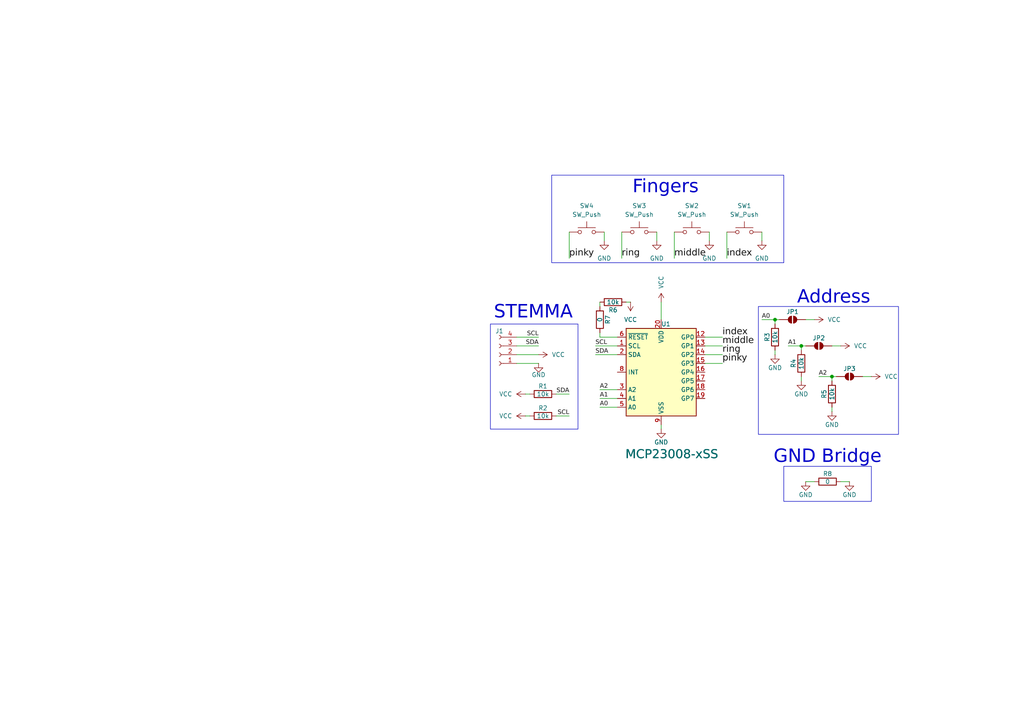
<source format=kicad_sch>
(kicad_sch (version 20231120) (generator "eeschema") (generator_version "8.0")
  (paper "A4")
  (lib_symbols
    (symbol "Connector:Conn_01x04_Socket" (pin_names (offset 1.016) hide)
      (property "Reference" "J" (at 0 5.08 0))
      (property "Value" "Conn_01x04_Socket" (at 0 -7.62 0))
      (symbol "Conn_01x04_Socket_1_1"
        (arc (start 0 -4.572) (mid -0.5058 -5.08) (end 0 -5.588) (stroke (width 0.1524)))
        (arc (start 0 -2.032) (mid -0.5058 -2.54) (end 0 -3.048) (stroke (width 0.1524)))
        (polyline (pts (xy -1.27 -5.08) (xy -0.508 -5.08)) (stroke (width 0.1524)))
        (polyline (pts (xy -1.27 -2.54) (xy -0.508 -2.54)) (stroke (width 0.1524)))
        (polyline (pts (xy -1.27 0) (xy -0.508 0)) (stroke (width 0.1524)))
        (polyline (pts (xy -1.27 2.54) (xy -0.508 2.54)) (stroke (width 0.1524)))
        (arc (start 0 0.508) (mid -0.5058 0) (end 0 -0.508) (stroke (width 0.1524)))
        (arc (start 0 3.048) (mid -0.5058 2.54) (end 0 2.032) (stroke (width 0.1524)))
        (pin passive line (at -5.08 2.54 0) (length 3.81) (name "Pin_1") (number "1"))
        (pin passive line (at -5.08 0 0) (length 3.81) (name "Pin_2") (number "2"))
        (pin passive line (at -5.08 -2.54 0) (length 3.81) (name "Pin_3") (number "3"))
        (pin passive line (at -5.08 -5.08 0) (length 3.81) (name "Pin_4") (number "4"))
      )
    )
    (symbol "Device:R" (pin_numbers hide) (pin_names (offset 0))
      (property "Reference" "R" (at 2.032 0 90))
      (property "Value" "R" (at 0 0 90))
      (symbol "R_0_1"
        (rectangle (start -1.016 -2.54) (end 1.016 2.54) (stroke (width 0.254)))
      )
      (symbol "R_1_1"
        (pin passive line (at 0 3.81 270) (length 1.27) (name "~") (number "1"))
        (pin passive line (at 0 -3.81 90) (length 1.27) (name "~") (number "2"))
      )
    )
    (symbol "Interface_Expansion:MCP23008-xSS"
      (property "Reference" "U" (at -8.89 13.97 0))
      (property "Value" "MCP23008-xSS" (at 8.89 13.97 0))
      (symbol "MCP23008-xSS_0_1"
        (rectangle (start -10.16 12.7) (end 10.16 -12.7) (stroke (width 0.254)) (fill (type background)))
      )
      (symbol "MCP23008-xSS_1_1"
        (pin input line (at -12.7 7.62 0) (length 2.54) (name "SCL") (number "1"))
        (pin no_connect line (at -10.16 -2.54 0) (length 2.54) hide (name "NC") (number "10"))
        (pin no_connect line (at 10.16 -10.16 180) (length 2.54) hide (name "NC") (number "11"))
        (pin bidirectional line (at 12.7 10.16 180) (length 2.54) (name "GP0") (number "12"))
        (pin bidirectional line (at 12.7 7.62 180) (length 2.54) (name "GP1") (number "13"))
        (pin bidirectional line (at 12.7 5.08 180) (length 2.54) (name "GP2") (number "14"))
        (pin bidirectional line (at 12.7 2.54 180) (length 2.54) (name "GP3") (number "15"))
        (pin bidirectional line (at 12.7 0 180) (length 2.54) (name "GP4") (number "16"))
        (pin bidirectional line (at 12.7 -2.54 180) (length 2.54) (name "GP5") (number "17"))
        (pin bidirectional line (at 12.7 -5.08 180) (length 2.54) (name "GP6") (number "18"))
        (pin bidirectional line (at 12.7 -7.62 180) (length 2.54) (name "GP7") (number "19"))
        (pin bidirectional line (at -12.7 5.08 0) (length 2.54) (name "SDA") (number "2"))
        (pin power_in line (at 0 15.24 270) (length 2.54) (name "VDD") (number "20"))
        (pin input line (at -12.7 -5.08 0) (length 2.54) (name "A2") (number "3"))
        (pin input line (at -12.7 -7.62 0) (length 2.54) (name "A1") (number "4"))
        (pin input line (at -12.7 -10.16 0) (length 2.54) (name "A0") (number "5"))
        (pin input line (at -12.7 10.16 0) (length 2.54) (name "~{RESET}") (number "6"))
        (pin no_connect line (at -10.16 2.54 0) (length 2.54) hide (name "NC") (number "7"))
        (pin output line (at -12.7 0 0) (length 2.54) (name "INT") (number "8"))
        (pin power_in line (at 0 -15.24 90) (length 2.54) (name "VSS") (number "9"))
      )
    )
    (symbol "Jumper:SolderJumper_2_Open" (pin_numbers hide) (pin_names (offset 0) hide) (exclude_from_sim yes) (in_bom no)
      (property "Reference" "JP" (at 0 2.032 0))
      (property "Value" "SolderJumper_2_Open" (at 0 -2.54 0))
      (symbol "SolderJumper_2_Open_0_1"
        (arc (start -0.254 1.016) (mid -1.2656 0) (end -0.254 -1.016))
        (arc (start -0.254 1.016) (mid -1.2656 0) (end -0.254 -1.016) (fill (type outline)))
        (polyline (pts (xy -0.254 1.016) (xy -0.254 -1.016)))
        (polyline (pts (xy 0.254 1.016) (xy 0.254 -1.016)))
        (arc (start 0.254 -1.016) (mid 1.2656 0) (end 0.254 1.016))
        (arc (start 0.254 -1.016) (mid 1.2656 0) (end 0.254 1.016) (fill (type outline)))
      )
      (symbol "SolderJumper_2_Open_1_1"
        (pin passive line (at -3.81 0 0) (length 2.54) (name "A") (number "1"))
        (pin passive line (at 3.81 0 180) (length 2.54) (name "B") (number "2"))
      )
    )
    (symbol "Switch:SW_Push" (pin_numbers hide) (pin_names (offset 1.016) hide)
      (property "Reference" "SW" (at 1.27 2.54 0))
      (property "Value" "SW_Push" (at 0 -1.524 0))
      (symbol "SW_Push_0_1"
        (circle (center -2.032 0) (radius 0.508))
        (polyline (pts (xy 0 1.27) (xy 0 3.048)))
        (polyline (pts (xy 2.54 1.27) (xy -2.54 1.27)))
        (circle (center 2.032 0) (radius 0.508))
        (pin passive line (at -5.08 0 0) (length 2.54) (name "1") (number "1"))
        (pin passive line (at 5.08 0 180) (length 2.54) (name "2") (number "2"))
      )
    )
    (symbol "power:GND" (power) (pin_numbers hide) (pin_names (offset 0) hide)
      (property "Value" "GND" (at 0 -3.81 0))
      (symbol "GND_0_1"
        (polyline (pts (xy 0 0) (xy 0 -1.27) (xy 1.27 -1.27) (xy 0 -2.54) (xy -1.27 -1.27) (xy 0 -1.27)))
      )
      (symbol "GND_1_1"
        (pin power_in line (at 0 0 270) (length 0) (name "~") (number "1"))
      )
    )
    (symbol "power:VCC" (power) (pin_numbers hide) (pin_names (offset 0) hide)
      (property "Value" "VCC" (at 0 3.556 0))
      (symbol "VCC_0_1"
        (polyline (pts (xy -0.762 1.27) (xy 0 2.54)))
        (polyline (pts (xy 0 0) (xy 0 2.54)))
        (polyline (pts (xy 0 2.54) (xy 0.762 1.27)))
      )
      (symbol "VCC_1_1"
        (pin power_in line (at 0 0 90) (length 0) (name "~") (number "1"))
      )
    )
  )
  (junction (at 241.3 109.22))
  (junction (at 232.41 100.33))
  (junction (at 224.79 92.71))
  (wire (pts (xy 220.98 67.31) (xy 220.98 69.85)))
  (wire (pts (xy 173.99 115.57) (xy 179.07 115.57)))
  (wire (pts (xy 232.41 109.22) (xy 232.41 110.49)))
  (wire (pts (xy 224.79 92.71) (xy 224.79 93.98)))
  (wire (pts (xy 172.72 102.87) (xy 179.07 102.87)))
  (wire (pts (xy 204.47 97.79) (xy 209.55 97.79)))
  (wire (pts (xy 172.72 100.33) (xy 179.07 100.33)))
  (wire (pts (xy 224.79 101.6) (xy 224.79 102.87)))
  (wire (pts (xy 156.21 100.33) (xy 149.86 100.33)))
  (wire (pts (xy 173.99 87.63) (xy 173.99 88.9)))
  (wire (pts (xy 175.26 67.31) (xy 175.26 69.85)))
  (wire (pts (xy 173.99 118.11) (xy 179.07 118.11)))
  (wire (pts (xy 152.4 114.3) (xy 153.67 114.3)))
  (wire (pts (xy 195.58 67.31) (xy 195.58 74.93)))
  (wire (pts (xy 165.1 67.31) (xy 165.1 74.93)))
  (wire (pts (xy 181.61 87.63) (xy 182.88 87.63)))
  (wire (pts (xy 165.1 120.65) (xy 161.29 120.65)))
  (wire (pts (xy 233.68 139.7) (xy 236.22 139.7)))
  (wire (pts (xy 241.3 109.22) (xy 241.3 110.49)))
  (wire (pts (xy 241.3 100.33) (xy 243.84 100.33)))
  (wire (pts (xy 204.47 105.41) (xy 209.55 105.41)))
  (wire (pts (xy 232.41 100.33) (xy 233.68 100.33)))
  (wire (pts (xy 224.79 92.71) (xy 226.06 92.71)))
  (wire (pts (xy 237.49 109.22) (xy 241.3 109.22)))
  (wire (pts (xy 210.82 67.31) (xy 210.82 74.93)))
  (wire (pts (xy 149.86 105.41) (xy 156.21 105.41)))
  (wire (pts (xy 204.47 100.33) (xy 209.55 100.33)))
  (wire (pts (xy 205.74 67.31) (xy 205.74 69.85)))
  (wire (pts (xy 180.34 67.31) (xy 180.34 74.93)))
  (wire (pts (xy 173.99 113.03) (xy 179.07 113.03)))
  (wire (pts (xy 204.47 102.87) (xy 209.55 102.87)))
  (wire (pts (xy 152.4 120.65) (xy 153.67 120.65)))
  (wire (pts (xy 156.21 97.79) (xy 149.86 97.79)))
  (wire (pts (xy 149.86 102.87) (xy 156.21 102.87)))
  (wire (pts (xy 190.5 67.31) (xy 190.5 69.85)))
  (wire (pts (xy 173.99 97.79) (xy 173.99 96.52)))
  (wire (pts (xy 220.98 92.71) (xy 224.79 92.71)))
  (wire (pts (xy 241.3 118.11) (xy 241.3 119.38)))
  (wire (pts (xy 232.41 100.33) (xy 232.41 101.6)))
  (wire (pts (xy 243.84 139.7) (xy 246.38 139.7)))
  (wire (pts (xy 233.68 92.71) (xy 236.22 92.71)))
  (wire (pts (xy 179.07 97.79) (xy 173.99 97.79)))
  (wire (pts (xy 191.77 123.19) (xy 191.77 124.46)))
  (wire (pts (xy 250.19 109.22) (xy 252.73 109.22)))
  (wire (pts (xy 191.77 87.63) (xy 191.77 92.71)))
  (wire (pts (xy 165.1 114.3) (xy 161.29 114.3)))
  (wire (pts (xy 241.3 109.22) (xy 242.57 109.22)))
  (wire (pts (xy 228.6 100.33) (xy 232.41 100.33)))
  (rectangle (start 219.964 88.9) (end 260.604 125.984))
  (rectangle (start 160.02 50.8) (end 227.33 76.2))
  (rectangle (start 227.33 135.255) (end 252.73 145.415))
  (rectangle (start 142.24 93.98) (end 167.64 124.46))
  (text "Address" (at 241.808 87.376 0) (effects (font (size 3.81 3.81))))
  (text "GND Bridge" (at 240.03 133.604 0) (effects (font (size 3.81 3.81))))
  (text "Fingers" (at 193.04 55.372 0) (effects (font (size 3.81 3.81))))
  (text "STEMMA" (at 154.686 91.694 0) (effects (font (size 3.81 3.81))))
  (label "SCL" (at 172.72 100.33 0))
  (label "A0" (at 220.98 92.71 0))
  (label "index" (at 209.55 97.79 0) (effects (font (size 1.905 1.905))))
  (label "SCL" (at 156.21 97.79 180))
  (label "A2" (at 173.99 113.03 0))
  (label "SDA" (at 156.21 100.33 180))
  (label "middle" (at 209.55 100.33 0) (effects (font (size 1.905 1.905))))
  (label "pinky" (at 209.55 105.41 0) (effects (font (size 1.905 1.905))))
  (label "ring" (at 209.55 102.87 0) (effects (font (size 1.905 1.905))))
  (label "A1" (at 173.99 115.57 0))
  (label "ring" (at 180.34 74.93 0) (effects (font (size 1.905 1.905))))
  (label "SDA" (at 165.1 114.3 180))
  (label "SCL" (at 165.1 120.65 180))
  (label "SDA" (at 172.72 102.87 0))
  (label "A2" (at 237.49 109.22 0))
  (label "middle" (at 195.58 74.93 0) (effects (font (size 1.905 1.905))))
  (label "A0" (at 173.99 118.11 0))
  (label "index" (at 210.82 74.93 0) (effects (font (size 1.905 1.905))))
  (label "A1" (at 228.6 100.33 0))
  (label "pinky" (at 165.1 74.93 0) (effects (font (size 1.905 1.905))))
  (symbol (lib_id "Device:R") (at 224.79 97.79 180) (unit 1)
    (property "Reference" "R3" (at 222.504 97.79 90))
    (property "Value" "10k" (at 224.79 97.79 90))
    (property "Footprint" "Resistor_SMD:R_0805_2012Metric_Pad1.20x1.40mm_HandSolder" (effects (hide yes)))
    (property "Description" "Resistor" (effects (hide yes)))
  )
  (symbol (lib_id "Device:R") (at 173.99 92.71 0) (unit 1)
    (property "Reference" "R7" (at 176.276 92.71 90))
    (property "Value" "0" (at 173.99 92.71 90))
    (property "Footprint" "Resistor_SMD:R_0805_2012Metric_Pad1.20x1.40mm_HandSolder" (effects (hide yes)))
    (property "Description" "Resistor" (effects (hide yes)))
  )
  (symbol (lib_id "power:GND") (at 246.38 139.7 0) (unit 1)
    (property "Reference" "#PWR018" (effects (hide yes)))
    (property "Value" "GND" (at 246.38 143.51 0))
    (property "Description" "Power symbol creates a global label with name \"GND\" , ground" (effects (hide yes)))
  )
  (symbol (lib_id "power:GND") (at 220.98 69.85 0) (unit 1)
    (property "Reference" "#PWR04" (effects (hide yes)))
    (property "Value" "GND" (at 220.98 74.93 0))
    (property "Description" "Power symbol creates a global label with name \"GND\" , ground" (effects (hide yes)))
  )
  (symbol (lib_id "power:GND") (at 190.5 69.85 0) (unit 1)
    (property "Reference" "#PWR02" (effects (hide yes)))
    (property "Value" "GND" (at 190.5 74.93 0))
    (property "Description" "Power symbol creates a global label with name \"GND\" , ground" (effects (hide yes)))
  )
  (symbol (lib_id "Device:R") (at 232.41 105.41 180) (unit 1)
    (property "Reference" "R4" (at 230.124 105.41 90))
    (property "Value" "10k" (at 232.41 105.41 90))
    (property "Footprint" "Resistor_SMD:R_0805_2012Metric_Pad1.20x1.40mm_HandSolder" (effects (hide yes)))
    (property "Description" "Resistor" (effects (hide yes)))
  )
  (symbol (lib_id "Jumper:SolderJumper_2_Open") (at 237.49 100.33 0) (unit 1) (exclude_from_sim yes) (in_bom no)
    (property "Reference" "JP2" (at 237.49 98.044 0))
    (property "Value" "SolderJumper_2_Open" (effects (hide yes)))
    (property "Footprint" "Jumper:SolderJumper-2_P1.3mm_Open_TrianglePad1.0x1.5mm" (effects (hide yes)))
    (property "Description" "Solder Jumper, 2-pole, open" (effects (hide yes)))
  )
  (symbol (lib_id "power:VCC") (at 243.84 100.33 270) (unit 1)
    (property "Reference" "#PWR07" (effects (hide yes)))
    (property "Value" "VCC" (at 247.65 100.3299 90) (effects (justify left)))
    (property "Description" "Power symbol creates a global label with name \"VCC\"" (effects (hide yes)))
  )
  (symbol (lib_id "Switch:SW_Push") (at 185.42 67.31 0) (unit 1)
    (property "Reference" "SW3" (at 185.42 59.69 0))
    (property "Value" "SW_Push" (at 185.42 62.23 0))
    (property "Footprint" "Button_Switch_SMD:SW_SPST_PTS645" (effects (hide yes)))
    (property "Description" "Push button switch, generic, two pins" (effects (hide yes)))
  )
  (symbol (lib_id "power:GND") (at 191.77 124.46 0) (unit 1)
    (property "Reference" "#PWR012" (effects (hide yes)))
    (property "Value" "GND" (at 191.77 128.27 0))
    (property "Description" "Power symbol creates a global label with name \"GND\" , ground" (effects (hide yes)))
  )
  (symbol (lib_id "power:GND") (at 205.74 69.85 0) (unit 1)
    (property "Reference" "#PWR03" (effects (hide yes)))
    (property "Value" "GND" (at 205.74 74.93 0))
    (property "Description" "Power symbol creates a global label with name \"GND\" , ground" (effects (hide yes)))
  )
  (symbol (lib_id "Device:R") (at 177.8 87.63 270) (unit 1)
    (property "Reference" "R6" (at 177.8 89.916 90))
    (property "Value" "10k" (at 177.8 87.63 90))
    (property "Footprint" "Resistor_SMD:R_0805_2012Metric_Pad1.20x1.40mm_HandSolder" (effects (hide yes)))
    (property "Description" "Resistor" (effects (hide yes)))
  )
  (symbol (lib_id "Connector:Conn_01x04_Socket") (at 144.78 102.87 180) (unit 1)
    (property "Reference" "J1" (at 146.05 96.012 0) (effects (justify left)))
    (property "Value" "Conn_01x04_Socket" (effects (hide yes)))
    (property "Footprint" "adafruit-connectors:JST_SH4" (effects (hide yes)))
    (property "Description" "Generic connector, single row, 01x04, script generated" (effects (hide yes)))
  )
  (symbol (lib_id "power:VCC") (at 191.77 87.63 0) (unit 1)
    (property "Reference" "#PWR016" (effects (hide yes)))
    (property "Value" "VCC" (at 191.7699 83.82 90) (effects (justify left)))
    (property "Description" "Power symbol creates a global label with name \"VCC\"" (effects (hide yes)))
  )
  (symbol (lib_id "Switch:SW_Push") (at 170.18 67.31 0) (unit 1)
    (property "Reference" "SW4" (at 170.18 59.69 0))
    (property "Value" "SW_Push" (at 170.18 62.23 0))
    (property "Footprint" "Button_Switch_SMD:SW_SPST_PTS645" (effects (hide yes)))
    (property "Description" "Push button switch, generic, two pins" (effects (hide yes)))
  )
  (symbol (lib_id "power:VCC") (at 252.73 109.22 270) (unit 1)
    (property "Reference" "#PWR013" (effects (hide yes)))
    (property "Value" "VCC" (at 256.54 109.2199 90) (effects (justify left)))
    (property "Description" "Power symbol creates a global label with name \"VCC\"" (effects (hide yes)))
  )
  (symbol (lib_id "power:VCC") (at 152.4 120.65 90) (unit 1)
    (property "Reference" "#PWR09" (effects (hide yes)))
    (property "Value" "VCC" (at 148.59 120.6499 90) (effects (justify left)))
    (property "Description" "Power symbol creates a global label with name \"VCC\"" (effects (hide yes)))
  )
  (symbol (lib_id "Jumper:SolderJumper_2_Open") (at 246.38 109.22 0) (unit 1) (exclude_from_sim yes) (in_bom no)
    (property "Reference" "JP3" (at 246.38 106.934 0))
    (property "Value" "SolderJumper_2_Open" (effects (hide yes)))
    (property "Footprint" "Jumper:SolderJumper-2_P1.3mm_Open_TrianglePad1.0x1.5mm" (effects (hide yes)))
    (property "Description" "Solder Jumper, 2-pole, open" (effects (hide yes)))
  )
  (symbol (lib_id "power:GND") (at 175.26 69.85 0) (unit 1)
    (property "Reference" "#PWR01" (effects (hide yes)))
    (property "Value" "GND" (at 175.26 74.93 0))
    (property "Description" "Power symbol creates a global label with name \"GND\" , ground" (effects (hide yes)))
  )
  (symbol (lib_id "power:VCC") (at 152.4 114.3 90) (unit 1)
    (property "Reference" "#PWR010" (effects (hide yes)))
    (property "Value" "VCC" (at 148.59 114.2999 90) (effects (justify left)))
    (property "Description" "Power symbol creates a global label with name \"VCC\"" (effects (hide yes)))
  )
  (symbol (lib_id "Switch:SW_Push") (at 200.66 67.31 0) (unit 1)
    (property "Reference" "SW2" (at 200.66 59.69 0))
    (property "Value" "SW_Push" (at 200.66 62.23 0))
    (property "Footprint" "Button_Switch_SMD:SW_SPST_PTS645" (effects (hide yes)))
    (property "Description" "Push button switch, generic, two pins" (effects (hide yes)))
  )
  (symbol (lib_id "power:GND") (at 233.68 139.7 0) (unit 1)
    (property "Reference" "#PWR019" (effects (hide yes)))
    (property "Value" "GND" (at 233.68 143.51 0))
    (property "Description" "Power symbol creates a global label with name \"GND\" , ground" (effects (hide yes)))
  )
  (symbol (lib_id "Device:R") (at 240.03 139.7 90) (unit 1)
    (property "Reference" "R8" (at 240.03 137.414 90))
    (property "Value" "0" (at 240.03 139.7 90))
    (property "Footprint" "Resistor_SMD:R_0805_2012Metric_Pad1.20x1.40mm_HandSolder" (effects (hide yes)))
    (property "Description" "Resistor" (effects (hide yes)))
  )
  (symbol (lib_id "power:GND") (at 232.41 110.49 0) (unit 1)
    (property "Reference" "#PWR06" (effects (hide yes)))
    (property "Value" "GND" (at 232.41 114.3 0))
    (property "Description" "Power symbol creates a global label with name \"GND\" , ground" (effects (hide yes)))
  )
  (symbol (lib_id "Device:R") (at 241.3 114.3 180) (unit 1)
    (property "Reference" "R5" (at 239.014 114.3 90))
    (property "Value" "10k" (at 241.3 114.3 90))
    (property "Footprint" "Resistor_SMD:R_0805_2012Metric_Pad1.20x1.40mm_HandSolder" (effects (hide yes)))
    (property "Description" "Resistor" (effects (hide yes)))
  )
  (symbol (lib_id "power:VCC") (at 236.22 92.71 270) (unit 1)
    (property "Reference" "#PWR011" (effects (hide yes)))
    (property "Value" "VCC" (at 240.03 92.7099 90) (effects (justify left)))
    (property "Description" "Power symbol creates a global label with name \"VCC\"" (effects (hide yes)))
  )
  (symbol (lib_id "power:GND") (at 224.79 102.87 0) (unit 1)
    (property "Reference" "#PWR05" (effects (hide yes)))
    (property "Value" "GND" (at 224.79 106.68 0))
    (property "Description" "Power symbol creates a global label with name \"GND\" , ground" (effects (hide yes)))
  )
  (symbol (lib_id "Jumper:SolderJumper_2_Open") (at 229.87 92.71 0) (unit 1) (exclude_from_sim yes) (in_bom no)
    (property "Reference" "JP1" (at 229.87 90.424 0))
    (property "Value" "SolderJumper_2_Open" (effects (hide yes)))
    (property "Footprint" "Jumper:SolderJumper-2_P1.3mm_Open_TrianglePad1.0x1.5mm" (effects (hide yes)))
    (property "Description" "Solder Jumper, 2-pole, open" (effects (hide yes)))
  )
  (symbol (lib_id "Switch:SW_Push") (at 215.9 67.31 0) (unit 1)
    (property "Reference" "SW1" (at 215.9 59.69 0))
    (property "Value" "SW_Push" (at 215.9 62.23 0))
    (property "Footprint" "Button_Switch_SMD:SW_SPST_PTS645" (effects (hide yes)))
    (property "Description" "Push button switch, generic, two pins" (effects (hide yes)))
  )
  (symbol (lib_id "power:VCC") (at 156.21 102.87 270) (unit 1)
    (property "Reference" "#PWR014" (effects (hide yes)))
    (property "Value" "VCC" (at 160.02 102.8699 90) (effects (justify left)))
    (property "Description" "Power symbol creates a global label with name \"VCC\"" (effects (hide yes)))
  )
  (symbol (lib_id "Device:R") (at 157.48 120.65 90) (unit 1)
    (property "Reference" "R2" (at 157.48 118.364 90))
    (property "Value" "10k" (at 157.48 120.65 90))
    (property "Footprint" "Resistor_SMD:R_0805_2012Metric_Pad1.20x1.40mm_HandSolder" (effects (hide yes)))
    (property "Description" "Resistor" (effects (hide yes)))
  )
  (symbol (lib_id "power:GND") (at 156.21 105.41 0) (unit 1)
    (property "Reference" "#PWR015" (effects (hide yes)))
    (property "Value" "GND" (at 156.21 108.712 0))
    (property "Description" "Power symbol creates a global label with name \"GND\" , ground" (effects (hide yes)))
  )
  (symbol (lib_id "Interface_Expansion:MCP23008-xSS") (at 191.77 107.95 0) (unit 1)
    (property "Reference" "U1" (at 191.77 93.98 0) (effects (justify left)))
    (property "Value" "MCP23008-xSS" (at 179.578 131.826 0) (effects (font (size 2.54 2.54)) (justify left)))
    (property "Footprint" "Package_SO:SSOP-20_5.3x7.2mm_P0.65mm" (effects (hide yes)))
    (property "Datasheet" "http://ww1.microchip.com/downloads/en/DeviceDoc/MCP23008-MCP23S08-Data-Sheet-20001919F.pdf" (effects (hide yes)))
    (property "Description" "8-bit I/O expander, I2C, interrupts, SSOP-20" (effects (hide yes)))
  )
  (symbol (lib_id "power:VCC") (at 182.88 87.63 180) (unit 1)
    (property "Reference" "#PWR017" (effects (hide yes)))
    (property "Value" "VCC" (at 182.88 92.71 0))
    (property "Description" "Power symbol creates a global label with name \"VCC\"" (effects (hide yes)))
  )
  (symbol (lib_id "Device:R") (at 157.48 114.3 90) (unit 1)
    (property "Reference" "R1" (at 157.48 112.014 90))
    (property "Value" "10k" (at 157.48 114.3 90))
    (property "Footprint" "Resistor_SMD:R_0805_2012Metric_Pad1.20x1.40mm_HandSolder" (effects (hide yes)))
    (property "Description" "Resistor" (effects (hide yes)))
  )
  (symbol (lib_id "power:GND") (at 241.3 119.38 0) (unit 1)
    (property "Reference" "#PWR08" (effects (hide yes)))
    (property "Value" "GND" (at 241.3 123.19 0))
    (property "Description" "Power symbol creates a global label with name \"GND\" , ground" (effects (hide yes)))
  )
)
</source>
